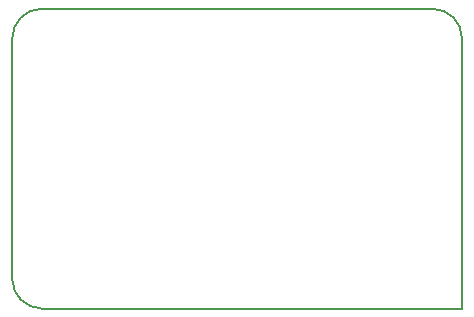
<source format=gbr>
G04 DipTrace Beta 2.9.0.0*
G04 BoardOutline.gbr*
%MOIN*%
G04 #@! TF.FileFunction,Profile*
G04 #@! TF.Part,Single*
%ADD11C,0.005512*%
%FSLAX26Y26*%
G04*
G70*
G90*
G75*
G01*
G04 BoardOutline*
%LPD*%
X-650000Y0D2*
D11*
X750000D1*
Y900000D1*
G03X650000Y1000000I-99998J2D01*
G01*
X-650000D1*
G03X-750000Y900000I-2J-99998D01*
G01*
Y100000D1*
G03X-650000Y0I99998J-2D01*
G01*
M02*

</source>
